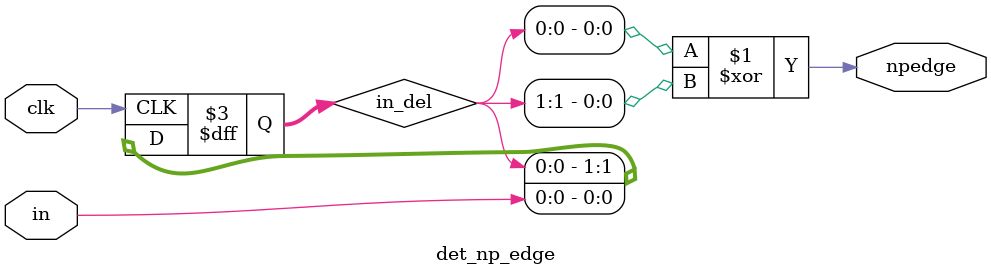
<source format=v>
/* ----------------------------------------- *
 * Title       : Edge Detector               *
 * Project     : Verilog Utility Modules     *
 * ----------------------------------------- *
 * File        : edge_detect.v               *
 * Author      : Yigit Suoglu                *
 * Last Edit   : 25/11/2020                  *
 * Licence     : CERN-OHL-W                  *
 * ----------------------------------------- *
 * Description : Modules to detect edges     *
 * ----------------------------------------- */

module det_pos_edge(clk, in, pedge);
  input clk, in;
  output pedge;

  reg [1:0] in_del;

  assign pedge = in_del[0] & (~in_del[1]);

  always@(posedge clk)
    begin
      in_del <= {in_del[0], in};
    end
endmodule//pos_edge

module det_neg_edge(clk, in, nedge);
  input clk, in;
  output nedge;

  reg [1:0] in_del;
  
  assign nedge = in_del[1] & (~in_del[0]);
  
  always@(posedge clk)
    begin
      in_del <= {in_del[0], in};
    end
 endmodule//neg_edge

 module det_np_edge(clk, in, npedge);
  input clk, in;
  output npedge;

  reg [1:0] in_del;

  assign npedge = in_del[0] ^ in_del[1];

  always@(posedge clk)
    begin
      in_del <= {in_del[0], in};
    end
endmodule//pos_edge
</source>
